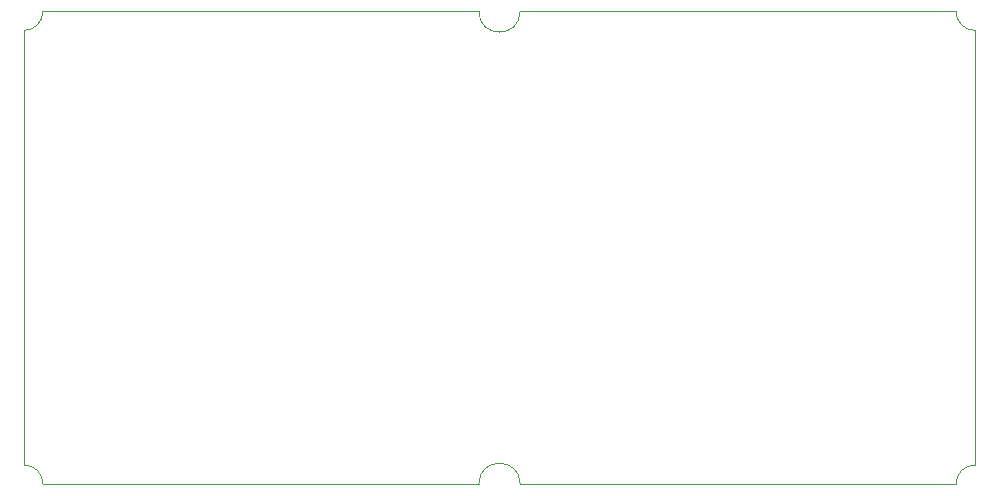
<source format=gbr>
%TF.GenerationSoftware,KiCad,Pcbnew,8.0.4*%
%TF.CreationDate,2024-09-17T23:50:54+02:00*%
%TF.ProjectId,PowerAmpSupply,506f7765-7241-46d7-9053-7570706c792e,rev?*%
%TF.SameCoordinates,Original*%
%TF.FileFunction,Profile,NP*%
%FSLAX46Y46*%
G04 Gerber Fmt 4.6, Leading zero omitted, Abs format (unit mm)*
G04 Created by KiCad (PCBNEW 8.0.4) date 2024-09-17 23:50:54*
%MOMM*%
%LPD*%
G01*
G04 APERTURE LIST*
%TA.AperFunction,Profile*%
%ADD10C,0.050000*%
%TD*%
G04 APERTURE END LIST*
D10*
X188650000Y-120000000D02*
G75*
G02*
X190250000Y-118400000I1600000J0D01*
G01*
X148250000Y-120000000D02*
X111350000Y-120000000D01*
X148250000Y-120000000D02*
G75*
G02*
X151750000Y-120000000I1750000J0D01*
G01*
X188650000Y-120000000D02*
X151750000Y-120000000D01*
X111350000Y-80000000D02*
X148250000Y-80000000D01*
X109750000Y-118400000D02*
X109750000Y-81600000D01*
X109750000Y-118400000D02*
G75*
G02*
X111350000Y-120000000I0J-1600000D01*
G01*
X151750000Y-80000000D02*
X188650000Y-80000000D01*
X151750000Y-80000000D02*
G75*
G02*
X148250000Y-80000000I-1750000J0D01*
G01*
X190250000Y-81600000D02*
G75*
G02*
X188650000Y-80000000I0J1600000D01*
G01*
X190250000Y-81600000D02*
X190250000Y-118400000D01*
X111350000Y-80000000D02*
G75*
G02*
X109750000Y-81600000I-1600000J0D01*
G01*
M02*

</source>
